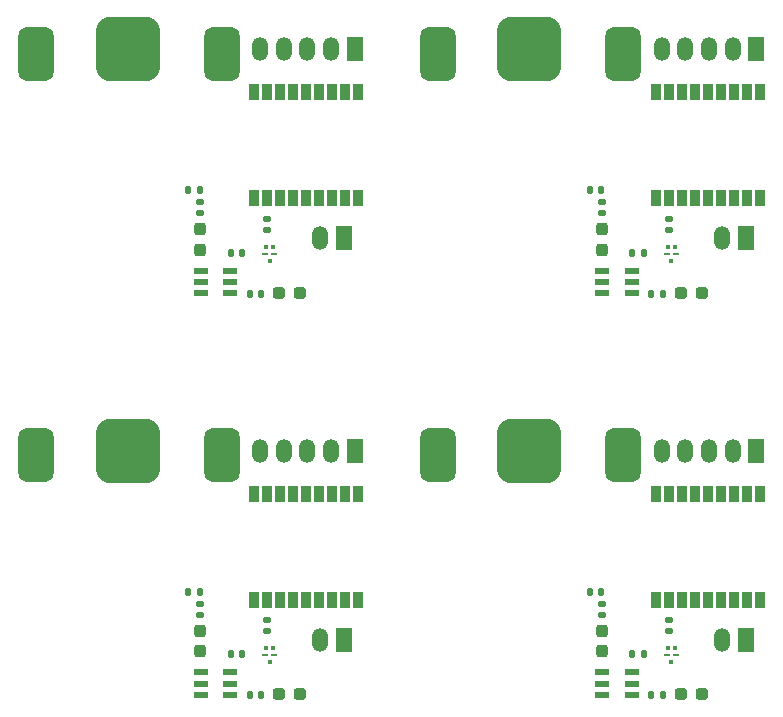
<source format=gtp>
%TF.GenerationSoftware,KiCad,Pcbnew,(6.0.4)*%
%TF.CreationDate,2022-12-06T00:22:49+09:00*%
%TF.ProjectId,gps-teseo-p,6770732d-7465-4736-956f-2d702e6b6963,rev?*%
%TF.SameCoordinates,Original*%
%TF.FileFunction,Paste,Top*%
%TF.FilePolarity,Positive*%
%FSLAX46Y46*%
G04 Gerber Fmt 4.6, Leading zero omitted, Abs format (unit mm)*
G04 Created by KiCad (PCBNEW (6.0.4)) date 2022-12-06 00:22:49*
%MOMM*%
%LPD*%
G01*
G04 APERTURE LIST*
G04 Aperture macros list*
%AMRoundRect*
0 Rectangle with rounded corners*
0 $1 Rounding radius*
0 $2 $3 $4 $5 $6 $7 $8 $9 X,Y pos of 4 corners*
0 Add a 4 corners polygon primitive as box body*
4,1,4,$2,$3,$4,$5,$6,$7,$8,$9,$2,$3,0*
0 Add four circle primitives for the rounded corners*
1,1,$1+$1,$2,$3*
1,1,$1+$1,$4,$5*
1,1,$1+$1,$6,$7*
1,1,$1+$1,$8,$9*
0 Add four rect primitives between the rounded corners*
20,1,$1+$1,$2,$3,$4,$5,0*
20,1,$1+$1,$4,$5,$6,$7,0*
20,1,$1+$1,$6,$7,$8,$9,0*
20,1,$1+$1,$8,$9,$2,$3,0*%
G04 Aperture macros list end*
%ADD10RoundRect,0.750000X-0.750000X-1.550000X0.750000X-1.550000X0.750000X1.550000X-0.750000X1.550000X0*%
%ADD11RoundRect,1.375000X-1.375000X-1.375000X1.375000X-1.375000X1.375000X1.375000X-1.375000X1.375000X0*%
%ADD12RoundRect,0.140000X0.170000X-0.140000X0.170000X0.140000X-0.170000X0.140000X-0.170000X-0.140000X0*%
%ADD13RoundRect,0.140000X-0.140000X-0.170000X0.140000X-0.170000X0.140000X0.170000X-0.140000X0.170000X0*%
%ADD14R,1.250000X0.600000*%
%ADD15RoundRect,0.140000X0.140000X0.170000X-0.140000X0.170000X-0.140000X-0.170000X0.140000X-0.170000X0*%
%ADD16RoundRect,0.237500X-0.287500X-0.237500X0.287500X-0.237500X0.287500X0.237500X-0.287500X0.237500X0*%
%ADD17RoundRect,0.140000X-0.170000X0.140000X-0.170000X-0.140000X0.170000X-0.140000X0.170000X0.140000X0*%
%ADD18R,0.850000X1.450000*%
%ADD19R,0.525000X0.250000*%
%ADD20R,0.325000X0.425000*%
%ADD21RoundRect,0.237500X-0.237500X0.287500X-0.237500X-0.287500X0.237500X-0.287500X0.237500X0.287500X0*%
%ADD22O,1.350000X2.000000*%
%ADD23R,1.350000X2.000000*%
G04 APERTURE END LIST*
D10*
%TO.C,U5*%
X111850000Y-83280338D03*
X96150000Y-83280338D03*
D11*
X103900000Y-82880338D03*
%TD*%
D12*
%TO.C,C23*%
X115700000Y-97220000D03*
X115700000Y-98180000D03*
%TD*%
D13*
%TO.C,C24*%
X115180000Y-103600000D03*
X114220000Y-103600000D03*
%TD*%
D14*
%TO.C,IC15*%
X112550000Y-101650000D03*
X112550000Y-102600000D03*
X112550000Y-103550000D03*
X110050000Y-103550000D03*
X110050000Y-102600000D03*
X110050000Y-101650000D03*
%TD*%
D15*
%TO.C,C21*%
X109020000Y-94800000D03*
X109980000Y-94800000D03*
%TD*%
D16*
%TO.C,L10*%
X118475000Y-103500000D03*
X116725000Y-103500000D03*
%TD*%
D17*
%TO.C,C22*%
X110000000Y-96780000D03*
X110000000Y-95820000D03*
%TD*%
D13*
%TO.C,C25*%
X113580000Y-100100000D03*
X112620000Y-100100000D03*
%TD*%
D18*
%TO.C,IC13*%
X123400000Y-95500000D03*
X122300000Y-95500000D03*
X121200000Y-95500000D03*
X120100000Y-95500000D03*
X119000000Y-95500000D03*
X117900000Y-95500000D03*
X116800000Y-95500000D03*
X115700000Y-95500000D03*
X114600000Y-95500000D03*
X114600000Y-86500000D03*
X115700000Y-86500000D03*
X116800000Y-86500000D03*
X117900000Y-86500000D03*
X119000000Y-86500000D03*
X120100000Y-86500000D03*
X121200000Y-86500000D03*
X122300000Y-86500000D03*
X123400000Y-86500000D03*
%TD*%
D19*
%TO.C,FL5*%
X115526000Y-100188000D03*
D20*
X115626000Y-99600000D03*
X116200000Y-99600000D03*
D19*
X116300000Y-100188000D03*
D20*
X115913000Y-100776000D03*
%TD*%
D21*
%TO.C,L9*%
X110000000Y-99875000D03*
X110000000Y-98125000D03*
%TD*%
D22*
%TO.C,J9*%
X115100000Y-82900000D03*
X117100000Y-82900000D03*
X119100000Y-82900000D03*
X121100000Y-82900000D03*
D23*
X123100000Y-82900000D03*
%TD*%
D22*
%TO.C,J10*%
X120200000Y-98900000D03*
D23*
X122200000Y-98900000D03*
%TD*%
D10*
%TO.C,U4*%
X77850000Y-83280338D03*
X62150000Y-83280338D03*
D11*
X69900000Y-82880338D03*
%TD*%
D12*
%TO.C,C18*%
X81700000Y-97220000D03*
X81700000Y-98180000D03*
%TD*%
D13*
%TO.C,C19*%
X81180000Y-103600000D03*
X80220000Y-103600000D03*
%TD*%
D14*
%TO.C,IC12*%
X78550000Y-101650000D03*
X78550000Y-102600000D03*
X78550000Y-103550000D03*
X76050000Y-103550000D03*
X76050000Y-102600000D03*
X76050000Y-101650000D03*
%TD*%
D15*
%TO.C,C16*%
X75020000Y-94800000D03*
X75980000Y-94800000D03*
%TD*%
D16*
%TO.C,L8*%
X84475000Y-103500000D03*
X82725000Y-103500000D03*
%TD*%
D17*
%TO.C,C17*%
X76000000Y-96780000D03*
X76000000Y-95820000D03*
%TD*%
D13*
%TO.C,C20*%
X79580000Y-100100000D03*
X78620000Y-100100000D03*
%TD*%
D18*
%TO.C,IC10*%
X89400000Y-95500000D03*
X88300000Y-95500000D03*
X87200000Y-95500000D03*
X86100000Y-95500000D03*
X85000000Y-95500000D03*
X83900000Y-95500000D03*
X82800000Y-95500000D03*
X81700000Y-95500000D03*
X80600000Y-95500000D03*
X80600000Y-86500000D03*
X81700000Y-86500000D03*
X82800000Y-86500000D03*
X83900000Y-86500000D03*
X85000000Y-86500000D03*
X86100000Y-86500000D03*
X87200000Y-86500000D03*
X88300000Y-86500000D03*
X89400000Y-86500000D03*
%TD*%
D19*
%TO.C,FL4*%
X81526000Y-100188000D03*
D20*
X81626000Y-99600000D03*
X82200000Y-99600000D03*
D19*
X82300000Y-100188000D03*
D20*
X81913000Y-100776000D03*
%TD*%
D21*
%TO.C,L7*%
X76000000Y-99875000D03*
X76000000Y-98125000D03*
%TD*%
D22*
%TO.C,J7*%
X81100000Y-82900000D03*
X83100000Y-82900000D03*
X85100000Y-82900000D03*
X87100000Y-82900000D03*
D23*
X89100000Y-82900000D03*
%TD*%
D22*
%TO.C,J8*%
X86200000Y-98900000D03*
D23*
X88200000Y-98900000D03*
%TD*%
D10*
%TO.C,U2*%
X111850000Y-49280338D03*
X96150000Y-49280338D03*
D11*
X103900000Y-48880338D03*
%TD*%
D12*
%TO.C,C8*%
X115700000Y-63220000D03*
X115700000Y-64180000D03*
%TD*%
D13*
%TO.C,C9*%
X115180000Y-69600000D03*
X114220000Y-69600000D03*
%TD*%
D14*
%TO.C,IC6*%
X112550000Y-67650000D03*
X112550000Y-68600000D03*
X112550000Y-69550000D03*
X110050000Y-69550000D03*
X110050000Y-68600000D03*
X110050000Y-67650000D03*
%TD*%
D15*
%TO.C,C6*%
X109020000Y-60800000D03*
X109980000Y-60800000D03*
%TD*%
D16*
%TO.C,L4*%
X118475000Y-69500000D03*
X116725000Y-69500000D03*
%TD*%
D17*
%TO.C,C7*%
X110000000Y-62780000D03*
X110000000Y-61820000D03*
%TD*%
D13*
%TO.C,C10*%
X113580000Y-66100000D03*
X112620000Y-66100000D03*
%TD*%
D18*
%TO.C,IC4*%
X123400000Y-61500000D03*
X122300000Y-61500000D03*
X121200000Y-61500000D03*
X120100000Y-61500000D03*
X119000000Y-61500000D03*
X117900000Y-61500000D03*
X116800000Y-61500000D03*
X115700000Y-61500000D03*
X114600000Y-61500000D03*
X114600000Y-52500000D03*
X115700000Y-52500000D03*
X116800000Y-52500000D03*
X117900000Y-52500000D03*
X119000000Y-52500000D03*
X120100000Y-52500000D03*
X121200000Y-52500000D03*
X122300000Y-52500000D03*
X123400000Y-52500000D03*
%TD*%
D19*
%TO.C,FL2*%
X115526000Y-66188000D03*
D20*
X115626000Y-65600000D03*
X116200000Y-65600000D03*
D19*
X116300000Y-66188000D03*
D20*
X115913000Y-66776000D03*
%TD*%
D21*
%TO.C,L3*%
X110000000Y-65875000D03*
X110000000Y-64125000D03*
%TD*%
D22*
%TO.C,J3*%
X115100000Y-48900000D03*
X117100000Y-48900000D03*
X119100000Y-48900000D03*
X121100000Y-48900000D03*
D23*
X123100000Y-48900000D03*
%TD*%
D22*
%TO.C,J4*%
X120200000Y-64900000D03*
D23*
X122200000Y-64900000D03*
%TD*%
D18*
%TO.C,IC1*%
X89400000Y-61500000D03*
X88300000Y-61500000D03*
X87200000Y-61500000D03*
X86100000Y-61500000D03*
X85000000Y-61500000D03*
X83900000Y-61500000D03*
X82800000Y-61500000D03*
X81700000Y-61500000D03*
X80600000Y-61500000D03*
X80600000Y-52500000D03*
X81700000Y-52500000D03*
X82800000Y-52500000D03*
X83900000Y-52500000D03*
X85000000Y-52500000D03*
X86100000Y-52500000D03*
X87200000Y-52500000D03*
X88300000Y-52500000D03*
X89400000Y-52500000D03*
%TD*%
D13*
%TO.C,C5*%
X79580000Y-66100000D03*
X78620000Y-66100000D03*
%TD*%
D17*
%TO.C,C2*%
X76000000Y-62780000D03*
X76000000Y-61820000D03*
%TD*%
D16*
%TO.C,L2*%
X84475000Y-69500000D03*
X82725000Y-69500000D03*
%TD*%
D15*
%TO.C,C1*%
X75020000Y-60800000D03*
X75980000Y-60800000D03*
%TD*%
D14*
%TO.C,IC3*%
X78550000Y-67650000D03*
X78550000Y-68600000D03*
X78550000Y-69550000D03*
X76050000Y-69550000D03*
X76050000Y-68600000D03*
X76050000Y-67650000D03*
%TD*%
D22*
%TO.C,J1*%
X81100000Y-48900000D03*
X83100000Y-48900000D03*
X85100000Y-48900000D03*
X87100000Y-48900000D03*
D23*
X89100000Y-48900000D03*
%TD*%
D19*
%TO.C,FL1*%
X81526000Y-66188000D03*
D20*
X81626000Y-65600000D03*
X82200000Y-65600000D03*
D19*
X82300000Y-66188000D03*
D20*
X81913000Y-66776000D03*
%TD*%
D21*
%TO.C,L1*%
X76000000Y-65875000D03*
X76000000Y-64125000D03*
%TD*%
D13*
%TO.C,C4*%
X81180000Y-69600000D03*
X80220000Y-69600000D03*
%TD*%
D22*
%TO.C,J2*%
X86200000Y-64900000D03*
D23*
X88200000Y-64900000D03*
%TD*%
D12*
%TO.C,C3*%
X81700000Y-63220000D03*
X81700000Y-64180000D03*
%TD*%
D10*
%TO.C,U1*%
X77850000Y-49280338D03*
X62150000Y-49280338D03*
D11*
X69900000Y-48880338D03*
%TD*%
M02*

</source>
